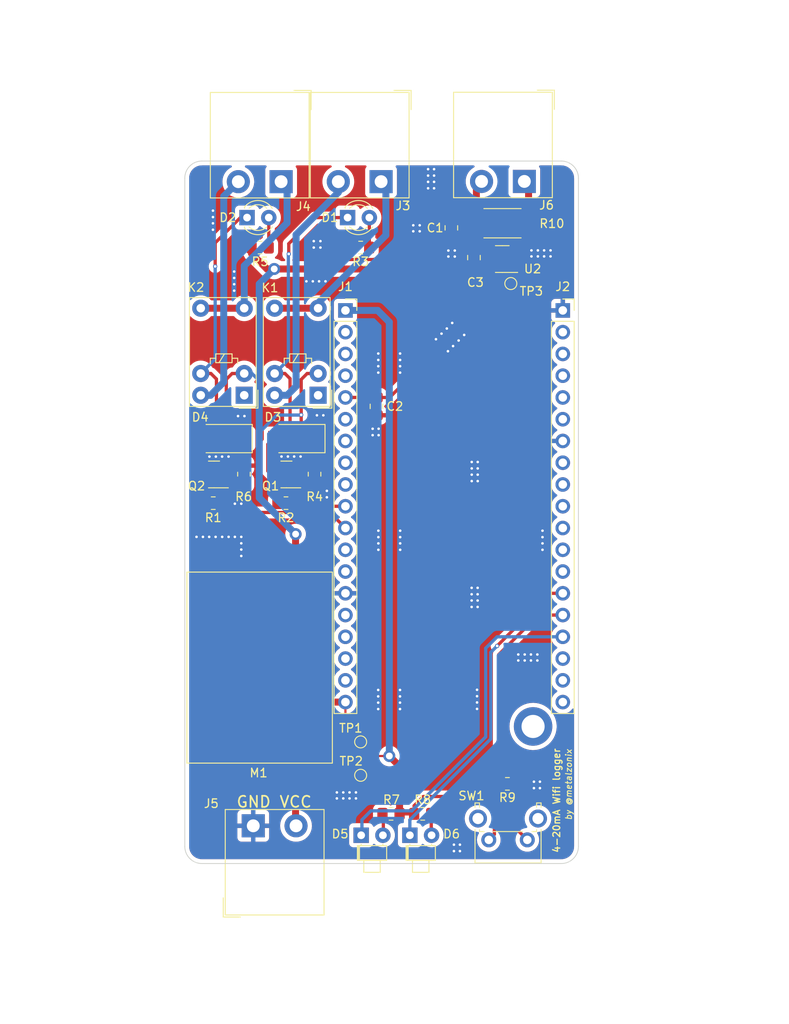
<source format=kicad_pcb>
(kicad_pcb (version 20211014) (generator pcbnew)
  (title_block (title "4-20mA Wifi Logger ") (date "2022-03-15") (rev "v1.0"))
  (layers (0 "F.Cu" signal) (31 "B.Cu" signal) (34 "B.Paste" user) (35 "F.Paste" user) (36 "B.SilkS" user "B.Silkscreen") (37 "F.SilkS" user "F.Silkscreen") (38 "B.Mask" user) (39 "F.Mask" user) (44 "Edge.Cuts" user))
  (net 0 "")
  (net 1 "GND")
  (net 2 "+5V")
  (net 3 "vsens")
  (net 23 "Net-(J3-Pad2)")
  (net 24 "Net-(J4-Pad2)")
  (net 26 "led1")
  (net 27 "Net-(D1-Pad2)")
  (net 28 "led2")
  (net 29 "Net-(D2-Pad2)")
  (net 30 "+3V3")
  (net 31 "switch")
  (net 32 "Net-(D1-Pad1)")
  (net 33 "Net-(D2-Pad1)")
  (net 34 "Net-(D5-Pad2)")
  (net 35 "Net-(D6-Pad2)")
  (net 36 "Net-(J3-Pad1)")
  (net 37 "Net-(J4-Pad1)")
  (net 38 "Net-(J5-Pad2)")
  (net 39 "Net-(J6-Pad1)")
  (net 40 "Net-(C1-Pad1)")
  (net 43 "Net-(Q1-Pad1)")
  (net 44 "Net-(Q2-Pad1)")
  (net 45 "relay1")
  (net 46 "relay2")
  (footprint "project_library:TerminalBlock__1x02_P5.00mm_90Degree" (layer "F.Cu") (at 146 118.5958)
    (fp_text reference "J5")
    (fp_text value "Screw_Terminal_01x02")
  )
  (footprint "Resistor_SMD:R_0805_2012Metric_Pad1.20x1.40mm_HandSolder" (layer "F.Cu") (at 144.9125 77.5515 90)
    (fp_text reference "R6")
    (fp_text value "10k")
  )
  (footprint "Package_TO_SOT_SMD:SOT-23-6" (layer "F.Cu") (at 175.1 52.44 180)
    (fp_text reference "U2")
    (fp_text value "LMP8640")
  )
  (footprint "Package_TO_SOT_SMD:SOT-23" (layer "F.Cu") (at 141.4135 77.584 180)
    (fp_text reference "Q2")
    (fp_text value "2N7002E")
  )
  (footprint "Relay_THT:Relay_SPDT_Omron_G5V-1" (layer "F.Cu") (at 153.58 68.34 180)
    (fp_text reference "K1")
    (fp_text value "G5V-1")
  )
  (footprint "LED_THT:LED_D1.8mm_W1.8mm_H2.4mm_Horizontal_O1.27mm_Z1.6mm" (layer "F.Cu") (at 158.61 119.7)
    (fp_text reference "D5")
    (fp_text value "LED")
  )
  (footprint "project_library:TerminalBlock__1x02_P5.00mm_90Degree" (layer "F.Cu") (at 149.2552 43.4084 180)
    (fp_text reference "J4")
    (fp_text value "Screw_Terminal_01x02")
  )
  (footprint "Capacitor_SMD:C_0805_2012Metric_Pad1.18x1.45mm_HandSolder" (layer "F.Cu") (at 160.4 69.6375 -90)
    (fp_text reference "C2")
    (fp_text value "10 uF")
  )
  (footprint "Resistor_SMD:R_0805_2012Metric_Pad1.20x1.40mm_HandSolder" (layer "F.Cu") (at 162.1 117.2)
    (fp_text reference "R7")
    (fp_text value "1k")
  )
  (footprint "Resistor_SMD:R_0805_2012Metric_Pad1.20x1.40mm_HandSolder" (layer "F.Cu") (at 158.55 51.1 180)
    (fp_text reference "R3")
    (fp_text value "1k")
  )
  (footprint "Package_TO_SOT_SMD:SOT-23" (layer "F.Cu") (at 149.876 77.584 180)
    (fp_text reference "Q1")
    (fp_text value "2N7002E")
  )
  (footprint "Resistor_SMD:R_0805_2012Metric_Pad1.20x1.40mm_HandSolder" (layer "F.Cu") (at 146.8 51.1 180)
    (fp_text reference "R5")
    (fp_text value "1k")
  )
  (footprint "Resistor_SMD:R_0805_2012Metric_Pad1.20x1.40mm_HandSolder" (layer "F.Cu") (at 175.7 113.7 180)
    (fp_text reference "R9")
    (fp_text value "10k")
  )
  (footprint "LED_THT:LED_D3.0mm_FlatTop" (layer "F.Cu") (at 145.275 47.6)
    (fp_text reference "D2")
    (fp_text value "LED")
  )
  (footprint "Resistor_SMD:R_0805_2012Metric_Pad1.20x1.40mm_HandSolder" (layer "F.Cu") (at 165.8 117.2 180)
    (fp_text reference "R8")
    (fp_text value "1k")
  )
  (footprint "Diode_SMD:D_SMA" (layer "F.Cu") (at 142.4865 73.4 180)
    (fp_text reference "D4")
    (fp_text value "1N4004")
  )
  (footprint "Connector_PinSocket_2.54mm:PinSocket_1x19_P2.54mm_Vertical" (layer "F.Cu") (at 182.172 58.436)
    (fp_text reference "J2")
    (fp_text value "Conn_01x19_Female")
  )
  (footprint "MountingHole:MountingHole_2.7mm_M2.5_ISO7380_Pad" (layer "F.Cu") (at 178.7 107)
    (fp_text reference "H1" hide)
    (fp_text value "MountingHole")
  )
  (footprint "TestPoint:TestPoint_Pad_D1.0mm" (layer "F.Cu") (at 158.55 108.8)
    (fp_text reference "TP1")
    (fp_text value "TestPoint")
  )
  (footprint "Button_Switch_THT:SW_Tactile_SPST_Angled_PTS645Vx58-2LFS" (layer "F.Cu") (at 178.025 120.2375 180)
    (fp_text reference "SW1")
    (fp_text value "SW_DIP_x01")
  )
  (footprint "Capacitor_SMD:C_0805_2012Metric_Pad1.18x1.45mm_HandSolder" (layer "F.Cu") (at 171.79 52.27 90)
    (fp_text reference "C3")
    (fp_text value "100 nF")
  )
  (footprint "Capacitor_SMD:C_0805_2012Metric_Pad1.18x1.45mm_HandSolder" (layer "F.Cu") (at 169.15 48.8 -90)
    (fp_text reference "C1")
    (fp_text value "10 uF")
  )
  (footprint "Resistor_SMD:R_2512_6332Metric_Pad1.40x3.35mm_HandSolder" (layer "F.Cu") (at 175.124 48.26075 180)
    (fp_text reference "R10")
    (fp_text value "2.7ohm")
  )
  (footprint "project_library:DC-DC_Buck_Step_Module" (layer "F.Cu") (at 138.245 111.28 90)
    (fp_text reference "M1")
    (fp_text value "DC-DC_Buck_Step_Module-dc-dc_module")
  )
  (footprint "project_library:TerminalBlock__1x02_P5.00mm_90Degree" (layer "F.Cu") (at 177.6792 43.37915 180)
    (fp_text reference "J6")
    (fp_text value "Screw_Terminal_01x02")
  )
  (footprint "Resistor_SMD:R_0805_2012Metric_Pad1.20x1.40mm_HandSolder" (layer "F.Cu") (at 153.1625 77.5515 90)
    (fp_text reference "R4")
    (fp_text value "10k")
  )
  (footprint "LED_THT:LED_D3.0mm_FlatTop" (layer "F.Cu") (at 157.025 47.6)
    (fp_text reference "D1")
    (fp_text value "LED")
  )
  (footprint "TestPoint:TestPoint_Pad_D1.0mm" (layer "F.Cu") (at 158.55 112.7)
    (fp_text reference "TP2")
    (fp_text value "TestPoint")
  )
  (footprint "Resistor_SMD:R_0805_2012Metric_Pad1.20x1.40mm_HandSolder" (layer "F.Cu") (at 149.826 80.934)
    (fp_text reference "R2")
    (fp_text value "1k")
  )
  (footprint "TestPoint:TestPoint_Pad_D1.0mm" (layer "F.Cu") (at 176.1 55.3)
    (fp_text reference "TP3")
    (fp_text value "TestPoint")
  )
  (footprint "LED_THT:LED_D1.8mm_W1.8mm_H2.4mm_Horizontal_O1.27mm_Z1.6mm" (layer "F.Cu") (at 164.3 119.7)
    (fp_text reference "D6")
    (fp_text value "LED")
  )
  (footprint "Connector_PinSocket_2.54mm:PinSocket_1x19_P2.54mm_Vertical" (layer "F.Cu") (at 156.772 58.436)
    (fp_text reference "J1")
    (fp_text value "Conn_01x19_Female")
  )
  (footprint "Resistor_SMD:R_0805_2012Metric_Pad1.20x1.40mm_HandSolder" (layer "F.Cu") (at 141.326 80.934)
    (fp_text reference "R1")
    (fp_text value "1k")
  )
  (footprint "project_library:TerminalBlock__1x02_P5.00mm_90Degree" (layer "F.Cu") (at 160.9392 43.4042 180)
    (fp_text reference "J3")
    (fp_text value "Screw_Terminal_01x02")
  )
  (footprint "Diode_SMD:D_SMA" (layer "F.Cu") (at 150.9865 73.4 180)
    (fp_text reference "D3")
    (fp_text value "1N4004")
  )
  (footprint "Relay_THT:Relay_SPDT_Omron_G5V-1" (layer "F.Cu") (at 144.944 68.34 180)
    (fp_text reference "K2")
    (fp_text value "G5V-1")
  )
  (gr_line (start 138 43) (end 138 121) (layer "Edge.Cuts") (width 0.1))
  (gr_arc (start 182 41) (mid 183.414214 41.585786) (end 184 43) (layer "Edge.Cuts") (width 0.1))
  (gr_line (start 182 123) (end 140 123) (layer "Edge.Cuts") (width 0.1))
  (gr_arc (start 138 43) (mid 138.585786 41.585786) (end 140 41) (layer "Edge.Cuts") (width 0.1))
  (gr_line (start 182 41) (end 140 41) (layer "Edge.Cuts") (width 0.1))
  (gr_arc (start 184 121) (mid 183.414214 122.414214) (end 182 123) (layer "Edge.Cuts") (width 0.1))
  (gr_line (start 184 121) (end 184 43) (layer "Edge.Cuts") (width 0.1))
  (gr_arc (start 140 123) (mid 138.585786 122.414214) (end 138 121) (layer "Edge.Cuts") (width 0.1))
  (gr_text "VCC" (at 150.95 115.8) (layer "F.SilkS") (effects (font (size 1.3 1.3) (thickness 0.2))))
  (gr_text "GND" (at 146.05 115.8) (layer "F.SilkS") (effects (font (size 1.3 1.3) (thickness 0.2))))
  (gr_text "\n    by @metalzonix" (at 182.3 114.85 90) (layer "F.SilkS") (effects (font (size 0.7 0.7) (thickness 0.12) italic)))
  (gr_text "4-20mA Wifi logger" (at 181.45 115.65 90) (layer "F.SilkS") (effects (font (size 0.8 0.8))))
  (via (at 167.35 61.8) (size 0.5) (drill 0.3) (layers "F.Cu" "B.Cu") (net 1))
  (via (at 160.62 85.63) (size 0.5) (drill 0.3) (layers "F.Cu" "B.Cu") (net 1))
  (via (at 171.52 93.050267) (size 0.5) (drill 0.3) (layers "F.Cu" "B.Cu") (net 1))
  (via (at 172.15 104.95) (size 0.5) (drill 0.3) (layers "F.Cu" "B.Cu") (net 1))
  (via (at 172.15 102.72) (size 0.5) (drill 0.3) (layers "F.Cu" "B.Cu") (net 1))
  (via (at 153.07 51.1) (size 0.5) (drill 0.3) (layers "F.Cu" "B.Cu") (net 1))
  (via (at 155.77 114.7) (size 0.5) (drill 0.3) (layers "F.Cu" "B.Cu") (net 1))
  (via (at 170.65 61.3) (size 0.5) (drill 0.3) (layers "F.Cu" "B.Cu") (net 1))
  (via (at 168.8 51.45) (size 0.5) (drill 0.3) (layers "F.Cu" "B.Cu") (net 1))
  (via (at 155.77 115.4) (size 0.5) (drill 0.3) (layers "F.Cu" "B.Cu") (net 1))
  (via (at 152.96 55.04) (size 0.5) (drill 0.3) (layers "F.Cu" "B.Cu") (net 1))
  (via (at 178.51 51.43) (size 0.5) (drill 0.3) (layers "F.Cu" "B.Cu") (net 1))
  (via (at 153.07 50.35) (size 0.5) (drill 0.3) (layers "F.Cu" "B.Cu") (net 1))
  (via (at 171.53 76.88) (size 0.5) (drill 0.3) (layers "F.Cu" "B.Cu") (net 1))
  (via (at 160.61 64.22) (size 0.5) (drill 0.3) (layers "F.Cu" "B.Cu") (net 1))
  (via (at 167.13 43.43) (size 0.5) (drill 0.3) (layers "F.Cu" "B.Cu") (net 1))
  (via (at 154.44 55.04) (size 0.5) (drill 0.3) (layers "F.Cu" "B.Cu") (net 1))
  (via (at 157.25 114.7) (size 0.5) (drill 0.3) (layers "F.Cu" "B.Cu") (net 1))
  (via (at 160.62 86.38) (size 0.5) (drill 0.3) (layers "F.Cu" "B.Cu") (net 1))
  (via (at 160.6 104.22) (size 0.5) (drill 0.3) (layers "F.Cu" "B.Cu") (net 1))
  (via (at 168 61.15) (size 0.5) (drill 0.3) (layers "F.Cu" "B.Cu") (net 1))
  (via (at 163.16 64.95) (size 0.5) (drill 0.3) (layers "F.Cu" "B.Cu") (net 1))
  (via (at 153.85 50.35) (size 0.5) (drill 0.3) (layers "F.Cu" "B.Cu") (net 1))
  (via (at 163.15 102.74) (size 0.5) (drill 0.3) (layers "F.Cu" "B.Cu") (net 1))
  (via (at 156.52 115.4) (size 0.5) (drill 0.3) (layers "F.Cu" "B.Cu") (net 1))
  (via (at 140.12 84.87) (size 0.5) (drill 0.3) (layers "F.Cu" "B.Cu") (net 1))
  (via (at 157.25 115.4) (size 0.5) (drill 0.3) (layers "F.Cu" "B.Cu") (net 1))
  (via (at 167.13 42.7) (size 0.5) (drill 0.3) (layers "F.Cu" "B.Cu") (net 1))
  (via (at 169.25 59.9) (size 0.5) (drill 0.3) (layers "F.Cu" "B.Cu") (net 1))
  (via (at 154.6 80.25) (size 0.5) (drill 0.3) (layers "F.Cu" "B.Cu") (net 1))
  (via (at 141.29 48.27) (size 0.5) (drill 0.3) (layers "F.Cu" "B.Cu") (net 1))
  (via (at 178.8 113.45) (size 0.5) (drill 0.3) (layers "F.Cu" "B.Cu") (net 1))
  (via (at 160.6 103.49) (size 0.5) (drill 0.3) (layers "F.Cu" "B.Cu") (net 1))
  (via (at 163.15 103.49) (size 0.5) (drill 0.3) (layers "F.Cu" "B.Cu") (net 1))
  (via (at 169.55 52.15) (size 0.5) (drill 0.3) (layers "F.Cu" "B.Cu") (net 1))
  (via (at 143.77 54.65) (size 0.5) (drill 0.3) (layers "F.Cu" "B.Cu") (net 1))
  (via (at 178.45 98.6) (size 0.5) (drill 0.3) (layers "F.Cu" "B.Cu") (net 1))
  (via (at 165.45 48.5) (size 0.5) (drill 0.3) (layers "F.Cu" "B.Cu") (net 1))
  (via (at 171.52 90.820267) (size 0.5) (drill 0.3) (layers "F.Cu" "B.Cu") (net 1))
  (via (at 160.62 84.9) (size 0.5) (drill 0.3) (layers "F.Cu" "B.Cu") (net 1))
  (via (at 141.63 75.5) (size 0.5) (drill 0.3) (layers "F.Cu" "B.Cu") (net 1))
  (via (at 167.13 41.95) (size 0.5) (drill 0.3) (layers "F.Cu" "B.Cu") (net 1))
  (via (at 163.17 85.63) (size 0.5) (drill 0.3) (layers "F.Cu" "B.Cu") (net 1))
  (via (at 141.29 46.79) (size 0.5) (drill 0.3) (layers "F.Cu" "B.Cu") (net 1))
  (via (at 172.15 103.47) (size 0.5) (drill 0.3) (layers "F.Cu" "B.Cu") (net 1))
  (via (at 156.52 114.7) (size 0.5) (drill 0.3) (layers "F.Cu" "B.Cu") (net 1))
  (via (at 139.37 84.87) (size 0.5) (drill 0.3) (layers "F.Cu" "B.Cu") (net 1))
  (via (at 140.88 75.5) (size 0.5) (drill 0.3) (layers "F.Cu" "B.Cu") (net 1))
  (via (at 180.74 52.13) (size 0.5) (drill 0.3) (layers "F.Cu" "B.Cu") (net 1))
  (via (at 168.8 52.15) (size 0.5) (drill 0.3) (layers "F.Cu" "B.Cu") (net 1))
  (via (at 143.85 81) (size 0.5) (drill 0.3) (layers "F.Cu" "B.Cu") (net 1))
  (via (at 160.61 63.47) (size 0.5) (drill 0.3) (layers "F.Cu" "B.Cu") (net 1))
  (via (at 172.22 93.050267) (size 0.5) (drill 0.3) (layers "F.Cu" "B.Cu") (net 1))
  (via (at 167.13 44.18) (size 0.5) (drill 0.3) (layers "F.Cu" "B.Cu") (net 1))
  (via (at 177.72 98.6) (size 0.5) (drill 0.3) (layers "F.Cu" "B.Cu") (net 1))
  (via (at 170.15 121.55) (size 0.5) (drill 0.3) (layers "F.Cu" "B.Cu") (net 1))
  (via (at 171.53 76.13) (size 0.5) (drill 0.3) (layers "F.Cu" "B.Cu") (net 1))
  (via (at 176.97 99.3) (size 0.5) (drill 0.3) (layers "F.Cu" "B.Cu") (net 1))
  (via (at 144.97 70.77) (size 0.5) (drill 0.3) (layers "F.Cu" "B.Cu") (net 1))
  (via (at 143.85 84.87) (size 0.5) (drill 0.3) (layers "F.Cu" "B.Cu") (net 1))
  (via (at 163.17 86.38) (size 0.5) (drill 0.3) (layers "F.Cu" "B.Cu") (net 1))
  (via (at 163.17 84.9) (size 0.5) (drill 0.3) (layers "F.Cu" "B.Cu") (net 1))
  (via (at 163.16 63.47) (size 0.5) (drill 0.3) (layers "F.Cu" "B.Cu") (net 1))
  (via (at 149.3 75.49) (size 0.5) (drill 0.3) (layers "F.Cu" "B.Cu") (net 1))
  (via (at 163.15 104.22) (size 0.5) (drill 0.3) (layers "F.Cu" "B.Cu") (net 1))
  (via (at 166.43 44.18) (size 0.5) (drill 0.3) (layers "F.Cu" "B.Cu") (net 1))
  (via (at 166.43 41.95) (size 0.5) (drill 0.3) (layers "F.Cu" "B.Cu") (net 1))
  (via (at 160.6 104.97) (size 0.5) (drill 0.3) (layers "F.Cu" "B.Cu") (net 1))
  (via (at 158 114.7) (size 0.5) (drill 0.3) (layers "F.Cu" "B.Cu") (net 1))
  (via (at 143.77 53.9) (size 0.5) (drill 0.3) (layers "F.Cu" "B.Cu") (net 1))
  (via (at 171.52 92.300267) (size 0.5) (drill 0.3) (layers "F.Cu" "B.Cu") (net 1))
  (via (at 164.7 48.5) (size 0.5) (drill 0.3) (layers "F.Cu" "B.Cu") (net 1))
  (via (at 179.99 52.13) (size 0.5) (drill 0.3) (layers "F.Cu" "B.Cu") (net 1))
  (via (at 142.36 75.5) (size 0.5) (drill 0.3) (layers "F.Cu" "B.Cu") (net 1))
  (via (at 144.6 81) (size 0.5) (drill 0.3) (layers "F.Cu" "B.Cu") (net 1))
  (via (at 151.53 75.49) (size 0.5) (drill 0.3) (layers "F.Cu" "B.Cu") (net 1))
  (via (at 171.53 77.61) (size 0.5) (drill 0.3) (layers "F.Cu" "B.Cu") (net 1))
  (via (at 159.95 72.25) (size 0.5) (drill 0.3) (layers "F.Cu" "B.Cu") (net 1))
  (via (at 164.7 49.2) (size 0.5) (drill 0.3) (layers "F.Cu" "B.Cu") (net 1))
  (via (at 170 61.95) (size 0.5) (drill 0.3) (layers "F.Cu" "B.Cu") (net 1))
  (via (at 172.23 76.13) (size 0.5) (drill 0.3) (layers "F.Cu" "B.Cu") (net 1))
  (via (at 169.45 121.55) (size 0.5) (drill 0.3) (layers "F.Cu" "B.Cu") (net 1))
  (via (at 144.6 87.1) (size 0.5) (drill 0.3) (layers "F.Cu" "B.Cu") (net 1))
  (via (at 150.78 75.49) (size 0.5) (drill 0.3) (layers "F.Cu" "B.Cu") (net 1))
  (via (at 179.8 84.15) (size 0.5) (drill 0.3) (layers "F.Cu" "B.Cu") (net 1))
  (via (at 168.62 60.55) (size 0.5) (drill 0.3) (layers "F.Cu" "B.Cu") (net 1))
  (via (at 179.26 52.13) (size 0.5) (drill 0.3) (layers "F.Cu" "B.Cu") (net 1))
  (via (at 163.17 84.15) (size 0.5) (drill 0.3) (layers "F.Cu" "B.Cu") (net 1))
  (via (at 180.74 51.43) (size 0.5) (drill 0.3) (layers "F.Cu" "B.Cu") (net 1))
  (via (at 169.35 62.6) (size 0.5) (drill 0.3) (layers "F.Cu" "B.Cu") (net 1))
  (via (at 163.16 65.7) (size 0.5) (drill 0.3) (layers "F.Cu" "B.Cu") (net 1))
  (via (at 141.29 47.54) (size 0.5) (drill 0.3) (layers "F.Cu" "B.Cu") (net 1))
  (via (at 160.61 65.7) (size 0.5) (drill 0.3) (layers "F.Cu" "B.Cu") (net 1))
  (via (at 159.95 73) (size 0.5) (drill 0.3) (layers "F.Cu" "B.Cu") (net 1))
  (via (at 158 115.4) (size 0.5) (drill 0.3) (layers "F.Cu" "B.Cu") (net 1))
  (via (at 160.65 72.25) (size 0.5) (drill 0.3) (layers "F.Cu" "B.Cu") (net 1))
  (via (at 150.05 75.49) (size 0.5) (drill 0.3) (layers "F.Cu" "B.Cu") (net 1))
  (via (at 153.44 70.68) (size 0.5) (drill 0.3) (layers "F.Cu" "B.Cu") (net 1))
  (via (at 141.6 84.87) (size 0.5) (drill 0.3) (layers "F.Cu" "B.Cu") (net 1))
  (via (at 143.77 56.13) (size 0.5) (drill 0.3) (layers "F.Cu" "B.Cu") (net 1))
  (via (at 179.99 51.43) (size 0.5) (drill 0.3) (layers "F.Cu" "B.Cu") (net 1))
  (via (at 170.15 120.8) (size 0.5) (drill 0.3) (layers "F.Cu" "B.Cu") (net 1))
  (via (at 169.55 51.45) (size 0.5) (drill 0.3) (layers "F.Cu" "B.Cu") (net 1))
  (via (at 153.85 51.1) (size 0.5) (drill 0.3) (layers "F.Cu" "B.Cu") (net 1))
  (via (at 144.22 70.77) (size 0.5) (drill 0.3) (layers "F.Cu" "B.Cu") (net 1))
  (via (at 179.8 84.9) (size 0.5) (drill 0.3) (layers "F.Cu" "B.Cu") (net 1))
  (via (at 163.16 64.22) (size 0.5) (drill 0.3) (layers "F.Cu" "B.Cu") (net 1))
  (via (at 179.8 86.38) (size 0.5) (drill 0.3) (layers "F.Cu" "B.Cu") (net 1))
  (via (at 168.75 63.2) (size 0.5) (drill 0.3) (layers "F.Cu" "B.Cu") (net 1))
  (via (at 143.77 55.38) (size 0.5) (drill 0.3) (layers "F.Cu" "B.Cu") (net 1))
  (via (at 178.45 99.3) (size 0.5) (drill 0.3) (layers "F.Cu" "B.Cu") (net 1))
  (via (at 179.2 98.6) (size 0.5) (drill 0.3) (layers "F.Cu" "B.Cu") (net 1))
  (via (at 143.12 84.87) (size 0.5) (drill 0.3) (layers "F.Cu" "B.Cu") (net 1))
  (via (at 152.21 55.04) (size 0.5) (drill 0.3) (layers "F.Cu" "B.Cu") (net 1))
  (via (at 178.51 52.13) (size 0.5) (drill 0.3) (layers "F.Cu" "B.Cu") (net 1))
  (via (at 153.69 55.04) (size 0.5) (drill 0.3) (layers "F.Cu" "B.Cu") (net 1))
  (via (at 165.45 49.2) (size 0.5) (drill 0.3) (layers "F.Cu" "B.Cu") (net 1))
  (via (at 179.5 114.2) (size 0.5) (drill 0.3) (layers "F.Cu" "B.Cu") (net 1))
  (via (at 177.72 99.3) (size 0.5) (drill 0.3) (layers "F.Cu" "B.Cu") (net 1))
  (via (at 141.29 49.02) (size 0.5) (drill 0.3) (layers "F.Cu" "B.Cu") (net 1))
  (via (at 172.23 77.61) (size 0.5) (drill 0.3) (layers "F.Cu" "B.Cu") (net 1))
  (via (at 154.19 70.68) (size 0.5) (drill 0.3) (layers "F.Cu" "B.Cu") (net 1))
  (via (at 172.23 76.88) (size 0.5) (drill 0.3) (layers "F.Cu" "B.Cu") (net 1))
  (via (at 143.11 75.5) (size 0.5) (drill 0.3) (layers "F.Cu" "B.Cu") (net 1))
  (via (at 172.22 90.820267) (size 0.5) (drill 0.3) (layers "F.Cu" "B.Cu") (net 1))
  (via (at 179.5 113.45) (size 0.5) (drill 0.3) (layers "F.Cu" "B.Cu") (net 1))
  (via (at 160.65 73) (size 0.5) (drill 0.3) (layers "F.Cu" "B.Cu") (net 1))
  (via (at 166.43 43.43) (size 0.5) (drill 0.3) (layers "F.Cu" "B.Cu") (net 1))
  (via (at 140.85 84.87) (size 0.5) (drill 0.3) (layers "F.Cu" "B.Cu") (net 1))
  (via (at 179.8 85.63) (size 0.5) (drill 0.3) (layers "F.Cu" "B.Cu") (net 1))
  (via (at 172.23 78.36) (size 0.5) (drill 0.3) (layers "F.Cu" "B.Cu") (net 1))
  (via (at 142.37 84.87) (size 0.5) (drill 0.3) (layers "F.Cu" "B.Cu") (net 1))
  (via (at 171.53 78.36) (size 0.5) (drill 0.3) (layers "F.Cu" "B.Cu") (net 1))
  (via (at 160.6 102.74) (size 0.5) (drill 0.3) (layers "F.Cu" "B.Cu") (net 1))
  (via (at 169.45 120.8) (size 0.5) (drill 0.3) (layers "F.Cu" "B.Cu") (net 1))
  (via (at 178.8 114.2) (size 0.5) (drill 0.3) (layers "F.Cu" "B.Cu") (net 1))
  (via (at 163.15 104.97) (size 0.5) (drill 0.3) (layers "F.Cu" "B.Cu") (net 1))
  (via (at 176.97 98.6) (size 0.5) (drill 0.3) (layers "F.Cu" "B.Cu") (net 1))
  (via (at 144.6 84.87) (size 0.5) (drill 0.3) (layers "F.Cu" "B.Cu") (net 1))
  (via (at 166.43 42.7) (size 0.5) (drill 0.3) (layers "F.Cu" "B.Cu") (net 1))
  (via (at 154.6 79.5) (size 0.5) (drill 0.3) (layers "F.Cu" "B.Cu") (net 1))
  (via (at 144.6 85.62) (size 0.5) (drill 0.3) (layers "F.Cu" "B.Cu") (net 1))
  (via (at 179.26 51.43) (size 0.5) (drill 0.3) (layers "F.Cu" "B.Cu") (net 1))
  (via (at 144.6 86.35) (size 0.5) (drill 0.3) (layers "F.Cu" "B.Cu") (net 1))
  (via (at 172.22 92.300267) (size 0.5) (drill 0.3) (layers "F.Cu" "B.Cu") (net 1))
  (via (at 160.62 84.15) (size 0.5) (drill 0.3) (layers "F.Cu" "B.Cu") (net 1))
  (via (at 172.15 104.2) (size 0.5) (drill 0.3) (layers "F.Cu" "B.Cu") (net 1))
  (via (at 160.61 64.95) (size 0.5) (drill 0.3) (layers "F.Cu" "B.Cu") (net 1))
  (via (at 172.22 91.570267) (size 0.5) (drill 0.3) (layers "F.Cu" "B.Cu") (net 1))
  (via (at 171.52 91.570267) (size 0.5) (drill 0.3) (layers "F.Cu" "B.Cu") (net 1))
  (via (at 179.2 99.3) (size 0.5) (drill 0.3) (layers "F.Cu" "B.Cu") (net 1))
  (segment (start 152.3 65.8) (end 151.6 66.5) (width 0.381) (layer "F.Cu") (net 2))
  (segment (start 171.4975 53.6) (end 171.79 53.3075) (width 0.8128) (layer "F.Cu") (net 2))
  (segment (start 156.772 107.928) (end 156.772 104.156) (width 0.25) (layer "F.Cu") (net 2))
  (segment (start 157.55 51.1) (end 156.475 51.1) (width 0.8128) (layer "F.Cu") (net 2))
  (segment (start 171.8725 53.39) (end 171.79 53.3075) (width 0.381) (layer "F.Cu") (net 2))
  (segment (start 156.75 107.95) (end 156.772 107.928) (width 0.25) (layer "F.Cu") (net 2))
  (segment (start 151.6 66.5) (end 151.6 70.63) (width 0.381) (layer "F.Cu") (net 2))
  (segment (start 173.9625 53.39) (end 171.8725 53.39) (width 0.381) (layer "F.Cu") (net 2))
  (segment (start 144.944 65.8) (end 143.529787 65.8) (width 0.381) (layer "F.Cu") (net 2))
  (segment (start 157.6 108.8) (end 156.75 107.95) (width 0.25) (layer "F.Cu") (net 2))
  (segment (start 153.5 53.6) (end 153.975 53.6) (width 0.8128) (layer "F.Cu") (net 2))
  (segment (start 156.475 51.1) (end 153.975 53.6) (width 0.8128) (layer "F.Cu") (net 2))
  (segment (start 153.58 65.8) (end 152.3 65.8) (width 0.381) (layer "F.Cu") (net 2))
  (segment (start 153.485 88.42) (end 153.485 103.085) (width 0.8128) (layer "F.Cu") (net 2))
  (segment (start 145.8 51.1) (end 145.8 51.8) (width 0.8128) (layer "F.Cu") (net 2))
  (segment (start 151.6 70.63) (end 151.6 70.75) (width 0.381) (layer "F.Cu") (net 2))
  (segment (start 142.85 66.479787) (end 142.85 72.2) (width 0.381) (layer "F.Cu") (net 2))
  (segment (start 150.945 84.555) (end 150.95 84.55) (width 0.8128) (layer "F.Cu") (net 2))
  (segment (start 153.485 103.085) (end 154.556 104.156) (width 0.8128) (layer "F.Cu") (net 2))
  (segment (start 154.556 104.156) (end 156.772 104.156) (width 0.8128) (layer "F.Cu") (net 2))
  (segment (start 147.6 53.6) (end 148.45 53.6) (width 0.8128) (layer "F.Cu") (net 2))
  (segment (start 145.8 51.8) (end 147.6 53.6) (width 0.8128) (layer "F.Cu") (net 2))
  (segment (start 151.6 70.75) (end 151.6 72.0135) (width 0.381) (layer "F.Cu") (net 2))
  (segment (start 150.945 88.42) (end 153.485 88.42) (width 0.8128) (layer "F.Cu") (net 2))
  (segment (start 143.529787 65.8) (end 142.85 66.479787) (width 0.381) (layer "F.Cu") (net 2))
  (segment (start 144.05 73.4) (end 144.4865 73.4) (width 0.381) (layer "F.Cu") (net 2))
  (segment (start 148.45 53.6) (end 153.5 53.6) (width 0.8128) (layer "F.Cu") (net 2))
  (segment (start 142.85 72.2) (end 144.05 73.4) (width 0.381) (layer "F.Cu") (net 2))
  (segment (start 150.945 88.42) (end 150.945 84.555) (width 0.8128) (layer "F.Cu") (net 2))
  (segment (start 158.55 108.8) (end 157.6 108.8) (width 0.25) (layer "F.Cu") (net 2))
  (segment (start 153.975 53.6) (end 171.4975 53.6) (width 0.8128) (layer "F.Cu") (net 2))
  (segment (start 151.6 72.0135) (end 152.9865 73.4) (width 0.381) (layer "F.Cu") (net 2))
  (via (at 148.45 53.6) (size 1.4) (drill 0.8) (layers "F.Cu" "B.Cu") (net 2))
  (via (at 150.95 84.55) (size 1.4) (drill 0.8) (layers "F.Cu" "B.Cu") (net 2))
  (via (at 151.6 70.63) (size 0.5) (drill 0.3) (layers "F.Cu" "B.Cu") (net 2))
  (segment (start 145.85 65.8) (end 146.7 66.65) (width 0.381) (layer "B.Cu") (net 2))
  (segment (start 144.944 65.8) (end 145.85 65.8) (width 0.381) (layer "B.Cu") (net 2))
  (segment (start 146.7 66.65) (end 146.7 56.45) (width 0.8128) (layer "B.Cu") (net 2))
  (segment (start 150.95 84.55) (end 146.7 80.3) (width 0.8128) (layer "B.Cu") (net 2))
  (segment (start 146.7 56.45) (end 146.7 55.35) (width 0.8128) (layer "B.Cu") (net 2))
  (segment (start 146.7 72.7) (end 146.7 66.65) (width 0.8128) (layer "B.Cu") (net 2))
  (segment (start 146.7 73) (end 146.7 72.7) (width 0.8128) (layer "B.Cu") (net 2))
  (segment (start 146.7 73.65) (end 146.7 73) (width 0.8128) (layer "B.Cu") (net 2))
  (segment (start 146.7 55.35) (end 148.45 53.6) (width 0.8128) (layer "B.Cu") (net 2))
  (segment (start 151.6 70.65) (end 148.75 70.65) (width 0.381) (layer "B.Cu") (net 2))
  (segment (start 148.75 70.65) (end 146.7 72.7) (width 0.381) (layer "B.Cu") (net 2))
  (segment (start 146.7 80.3) (end 146.7 73.65) (width 0.8128) (layer "B.Cu") (net 2))
  (segment (start 176.2375 54.2925) (end 176.2375 53.39) (width 0.381) (layer "F.Cu") (net 3))
  (segment (start 156.772 68.596) (end 160.396 68.596) (width 0.381) (layer "F.Cu") (net 3))
  (segment (start 161.93 68.6) (end 175.665 54.865) (width 0.381) (layer "F.Cu") (net 3))
  (segment (start 176.1 55.3) (end 175.665 54.865) (width 0.25) (layer "F.Cu") (net 3))
  (segment (start 175.665 54.865) (end 176.2375 54.2925) (width 0.381) (layer "F.Cu") (net 3))
  (segment (start 160.4 68.6) (end 161.93 68.6) (width 0.381) (layer "F.Cu") (net 3))
  (segment (start 160.396 68.596) (end 160.4 68.6) (width 0.381) (layer "F.Cu") (net 3))
  (segment (start 155.9392 44.6608) (end 155.9392 43.4042) (width 0.8128) (layer "B.Cu") (net 23))
  (segment (start 148.5 68.34) (end 149.96 68.34) (width 0.8128) (layer "B.Cu") (net 23))
  (segment (start 151.005911 49.594089) (end 155.9392 44.6608) (width 0.8128) (layer "B.Cu") (net 23))
  (segment (start 149.96 68.34) (end 151.005911 67.294089) (width 0.8128) (layer "B.Cu") (net 23))
  (segment (start 151.005911 67.294089) (end 151.005911 49.594089) (width 0.8128) (layer "B.Cu") (net 23))
  (segment (start 139.864 68.34) (end 139.874 68.35) (width 0.8128) (layer "B.Cu") (net 24))
  (segment (start 142.55 66.8) (end 142.55 45.1136) (width 0.8128) (layer "B.Cu") (net 24))
  (segment (start 139.874 68.35) (end 141 68.35) (width 0.8128) (layer "B.Cu") (net 24))
  (segment (start 142.55 45.1136) (end 144.2552 43.4084) (width 0.8128) (layer "B.Cu") (net 24))
  (segment (start 141 68.35) (end 142.55 66.8) (width 0.8128) (layer "B.Cu") (net 24))
  (segment (start 159.75 116.85) (end 164.52902 116.85) (width 0.381) (layer "B.Cu") (net 26))
  (segment (start 174.49302 96.536) (end 182.172 96.536) (width 0.381) (layer "B.Cu") (net 26))
  (segment (start 164.52902 116.85) (end 173.16451 108.21451) (width 0.381) (layer "B.Cu") (net 26))
  (segment (start 173.16451 108.21451) (end 173.16451 97.86451) (width 0.381) (layer "B.Cu") (net 26))
  (segment (start 158.7 117.9) (end 159.75 116.85) (width 0.381) (layer "B.Cu") (net 26))
  (segment (start 173.16451 97.86451) (end 174.49302 96.536) (width 0.381) (layer "B.Cu") (net 26))
  (segment (start 158.7 119.7) (end 158.7 117.9) (width 0.381) (layer "B.Cu") (net 26))
  (segment (start 159.565 47.6) (end 159.565 51.085) (width 0.381) (layer "F.Cu") (net 27))
  (segment (start 159.565 51.085) (end 159.55 51.1) (width 0.381) (layer "F.Cu") (net 27))
  (segment (start 174.5 97.6) (end 180.644 91.456) (width 0.381) (layer "F.Cu") (net 28))
  (segment (start 180.644 91.456) (end 182.172 91.456) (width 0.381) (layer "F.Cu") (net 28))
  (via (at 174.5 97.6) (size 0.5) (drill 0.3) (layers "F.Cu" "B.Cu") (net 28))
  (segment (start 173.75 108.45) (end 173.75 98.35) (width 0.381) (layer "B.Cu") (net 28))
  (segment (start 173.75 98.35) (end 174.5 97.6) (width 0.381) (layer "B.Cu") (net 28))
  (segment (start 164.3 117.9) (end 173.75 108.45) (width 0.381) (layer "B.Cu") (net 28))
  (segment (start 164.3 119.7) (end 164.3 117.9) (width 0.381) (layer "B.Cu") (net 28))
  (segment (start 147.815 47.6) (end 147.815 51.085) (width 0.381) (layer "F.Cu") (net 29))
  (segment (start 147.815 51.085) (end 147.8 51.1) (width 0.381) (layer "F.Cu") (net 29))
  (segment (start 174.175 116.525) (end 174.175 119.5875) (width 0.381) (layer "F.Cu") (net 30))
  (segment (start 161.9 110.45) (end 159.4 110.45) (width 0.25) (layer "F.Cu") (net 30))
  (segment (start 164.8 116.25) (end 165.875 115.175) (width 0.381) (layer "F.Cu") (net 30))
  (segment (start 163.1 117.2) (end 164.8 117.2) (width 0.381) (layer "F.Cu") (net 30))
  (segment (start 163.1 111.65) (end 163.1 117.2) (width 0.8128) (layer "F.Cu") (net 30))
  (segment (start 174.175 119.5875) (end 173.525 120.2375) (width 0.381) (layer "F.Cu") (net 30))
  (segment (start 164.8 117.2) (end 164.8 116.25) (width 0.381) (layer "F.Cu") (net 30))
  (segment (start 172.825 115.175) (end 174.175 116.525) (width 0.381) (layer "F.Cu") (net 30))
  (segment (start 161.9 110.45) (end 163.1 111.65) (width 0.8128) (layer "F.Cu") (net 30))
  (segment (start 158.55 111.3) (end 158.55 112.7) (width 0.25) (layer "F.Cu") (net 30))
  (segment (start 159.4 110.45) (end 158.55 111.3) (width 0.25) (layer "F.Cu") (net 30))
  (segment (start 165.875 115.175) (end 172.825 115.175) (width 0.381) (layer "F.Cu") (net 30))
  (via (at 161.9 110.45) (size 1.4) (drill 0.8) (layers "F.Cu" "B.Cu") (net 30))
  (segment (start 156.772 58.436) (end 160.536 58.436) (width 0.8128) (layer "B.Cu") (net 30))
  (segment (start 161.9 59.8) (end 161.9 110.45) (width 0.8128) (layer "B.Cu") (net 30))
  (segment (start 160.536 58.436) (end 161.9 59.8) (width 0.8128) (layer "B.Cu") (net 30))
  (segment (start 176.8 116.820979) (end 176.8 119.0125) (width 0.381) (layer "F.Cu") (net 31))
  (segment (start 176.8 119.0125) (end 178.025 120.2375) (width 0.381) (layer "F.Cu") (net 31))
  (segment (start 174.7 113.7) (end 174.7 98.6) (width 0.381) (layer "F.Cu") (net 31))
  (segment (start 179.304 93.996) (end 174.7 98.6) (width 0.381) (layer "F.Cu") (net 31))
  (segment (start 182.172 93.996) (end 179.304 93.996) (width 0.381) (layer "F.Cu") (net 31))
  (segment (start 174.7 114.720979) (end 174.7 113.7) (width 0.381) (layer "F.Cu") (net 31))
  (segment (start 174.7 114.720979) (end 176.8 116.820979) (width 0.381) (layer "F.Cu") (net 31))
  (segment (start 147.7 77.1755) (end 148.1085 77.584) (width 0.381) (layer "F.Cu") (net 32))
  (segment (start 150.3 72.0865) (end 150.3 66.4) (width 0.381) (layer "F.Cu") (net 32))
  (segment (start 148.3675 73.4) (end 147.7 74.0675) (width 0.381) (layer "F.Cu") (net 32))
  (segment (start 153.2 47.6) (end 150.15 50.65) (width 0.381) (layer "F.Cu") (net 32))
  (segment (start 147.7 74.0675) (end 147.7 77.1755) (width 0.381) (layer "F.Cu") (net 32))
  (segment (start 150.3 66.4) (end 149.7 65.8) (width 0.381) (layer "F.Cu") (net 32))
  (segment (start 150.15 50.65) (end 150.15 51.85) (width 0.381) (layer "F.Cu") (net 32))
  (segment (start 148.1085 77.584) (end 148.9385 77.584) (width 0.381) (layer "F.Cu") (net 32))
  (segment (start 148.9865 73.4) (end 150.3 72.0865) (width 0.381) (layer "F.Cu") (net 32))
  (segment (start 149.7 65.8) (end 148.5 65.8) (width 0.381) (layer "F.Cu") (net 32))
  (segment (start 157.025 47.6) (end 153.2 47.6) (width 0.381) (layer "F.Cu") (net 32))
  (via (at 150.15 51.85) (size 0.5) (drill 0.3) (layers "F.Cu" "B.Cu") (net 32))
  (segment (start 150.1 64.2) (end 148.5 65.8) (width 0.381) (layer "B.Cu") (net 32))
  (segment (start 150.1 51.85) (end 150.1 64.2) (width 0.381) (layer "B.Cu") (net 32))
  (segment (start 141.7 66.45) (end 141.7 72.1865) (width 0.381) (layer "F.Cu") (net 33))
  (segment (start 144.5 47.6) (end 141.55 50.55) (width 0.381) (layer "F.Cu") (net 33))
  (segment (start 141.55 50.55) (end 141.55 53.3) (width 0.381) (layer "F.Cu") (net 33))
  (segment (start 141.7 72.1865) (end 140.4865 73.4) (width 0.381) (layer "F.Cu") (net 33))
  (segment (start 145.275 47.6) (end 144.5 47.6) (width 0.381) (layer "F.Cu") (net 33))
  (segment (start 139.6085 77.584) (end 140.476 77.584) (width 0.381) (layer "F.Cu") (net 33))
  (segment (start 139.864 65.8) (end 141.05 65.8) (width 0.381) (layer "F.Cu") (net 33))
  (segment (start 139.2 77.1755) (end 139.6085 77.584) (width 0.381) (layer "F.Cu") (net 33))
  (segment (start 141.05 65.8) (end 141.7 66.45) (width 0.381) (layer "F.Cu") (net 33))
  (segment (start 139.9675 73.4) (end 139.2 74.1675) (width 0.381) (layer "F.Cu") (net 33))
  (segment (start 140.4865 73.4) (end 139.9675 73.4) (width 0.381) (layer "F.Cu") (net 33))
  (segment (start 139.2 74.1675) (end 139.2 77.1755) (width 0.381) (layer "F.Cu") (net 33))
  (via (at 141.55 53.3) (size 0.5) (drill 0.3) (layers "F.Cu" "B.Cu") (net 33))
  (segment (start 141.55 53.3) (end 141.55 64.114) (width 0.381) (layer "B.Cu") (net 33))
  (segment (start 141.55 64.114) (end 139.864 65.8) (width 0.381) (layer "B.Cu") (net 33))
  (segment (start 161.15 119.1) (end 161.2 119.05) (width 0.381) (layer "F.Cu") (net 34))
  (segment (start 161.2 119.05) (end 161.2 119.66) (width 0.381) (layer "F.Cu") (net 34))
  (segment (start 161.2 117.2) (end 161.2 119.05) (width 0.381) (layer "F.Cu") (net 34))
  (segment (start 161.15 119.7) (end 161.15 119.1) (width 0.381) (layer "F.Cu") (net 34))
  (segment (start 166.84 119.7) (end 166.84 118.89) (width 0.381) (layer "F.Cu") (net 35))
  (segment (start 166.8 117.2) (end 166.8 118.85) (width 0.381) (layer "F.Cu") (net 35))
  (segment (start 166.84 118.89) (end 166.8 118.85) (width 0.381) (layer "F.Cu") (net 35))
  (segment (start 148.5 58.18) (end 153.58 58.18) (width 0.8128) (layer "F.Cu") (net 36))
  (segment (start 161.5 43.965) (end 160.9392 43.4042) (width 0.8128) (layer "B.Cu") (net 36))
  (segment (start 153.58 58.18) (end 153.58 57.57) (width 0.8128) (layer "B.Cu") (net 36))
  (segment (start 161.5 49.65) (end 161.5 43.965) (width 0.8128) (layer "B.Cu") (net 36))
  (segment (start 153.58 57.57) (end 161.5 49.65) (width 0.8128) (layer "B.Cu") (net 36))
  (segment (start 139.864 58.18) (end 144.944 58.18) (width 0.8128) (layer "F.Cu") (net 37))
  (segment (start 144.944 53.231) (end 149.95 48.225) (width 0.8128) (layer "B.Cu") (net 37))
  (segment (start 144.944 58.18) (end 144.944 53.231) (width 0.8128) (layer "B.Cu") (net 37))
  (segment (start 149.2552 43.9052) (end 149.2552 43.4084) (width 0.8128) (layer "B.Cu") (net 37))
  (segment (start 149.95 48.225) (end 149.95 44.6) (width 0.8128) (layer "B.Cu") (net 37))
  (segment (start 149.95 44.6) (end 149.2552 43.9052) (width 0.8128) (layer "B.Cu") (net 37))
  (segment (start 150.945 111.28) (end 153.485 111.28) (width 0.8128) (layer "F.Cu") (net 38))
  (segment (start 150.945 118.5408) (end 151 118.5958) (width 0.8128) (layer "F.Cu") (net 38))
  (segment (start 150.945 111.28) (end 150.945 118.5408) (width 0.8128) (layer "F.Cu") (net 38))
  (segment (start 177.6792 43.4292) (end 178.2 43.95) (width 0.8128) (layer "F.Cu") (net 39))
  (segment (start 176.2375 48.9625) (end 176.2375 51.49) (width 0.381) (layer "F.Cu") (net 39))
  (segment (start 178.2 43.95) (end 178.174 43.976) (width 0.8128) (layer "F.Cu") (net 39))
  (segment (start 178.174 43.976) (end 178.174 48.26075) (width 0.8128) (layer "F.Cu") (net 39))
  (segment (start 177.6792 43.37915) (end 177.6792 43.4292) (width 0.8128) (layer "F.Cu") (net 39))
  (segment (start 178.174 48.26075) (end 176.93925 48.26075) (width 0.381) (layer "F.Cu") (net 39))
  (segment (start 176.93925 48.26075) (end 176.2375 48.9625) (width 0.381) (layer "F.Cu") (net 39))
  (segment (start 173.31075 48.26075) (end 173.9625 48.9125) (width 0.381) (layer "F.Cu") (net 40))
  (segment (start 172.074 48.26075) (end 173.31075 48.26075) (width 0.381) (layer "F.Cu") (net 40))
  (segment (start 172.074 43.774) (end 172.074 46.124) (width 0.8128) (layer "F.Cu") (net 40))
  (segment (start 172.6792 43.37915) (end 172.42085 43.37915) (width 0.8128) (layer "F.Cu") (net 40))
  (segment (start 169.15 47.7625) (end 170.4355 47.7625) (width 0.381) (layer "F.Cu") (net 40))
  (segment (start 170.4355 47.7625) (end 172.074 46.124) (width 0.381) (layer "F.Cu") (net 40))
  (segment (start 173.9625 48.9125) (end 173.9625 51.49) (width 0.381) (layer "F.Cu") (net 40))
  (segment (start 172.05 43.75) (end 172.074 43.774) (width 0.8128) (layer "F.Cu") (net 40))
  (segment (start 172.42085 43.37915) (end 172.05 43.75) (width 0.8128) (layer "F.Cu") (net 40))
  (segment (start 172.074 46.124) (end 172.074 48.26075) (width 0.8128) (layer "F.Cu") (net 40))
  (segment (start 150.8135 78.534) (end 149.976 78.534) (width 0.381) (layer "F.Cu") (net 43))
  (segment (start 150.8135 78.534) (end 153.145 78.534) (width 0.381) (layer "F.Cu") (net 43))
  (segment (start 148.826 79.684) (end 148.826 80.934) (width 0.381) (layer "F.Cu") (net 43))
  (segment (start 149.976 78.534) (end 148.826 79.684) (width 0.381) (layer "F.Cu") (net 43))
  (segment (start 153.145 78.534) (end 153.1625 78.5515) (width 0.381) (layer "F.Cu") (net 43))
  (segment (start 142.351 78.534) (end 144.895 78.534) (width 0.381) (layer "F.Cu") (net 44))
  (segment (start 141.426 78.534) (end 140.326 79.634) (width 0.381) (layer "F.Cu") (net 44))
  (segment (start 144.895 78.534) (end 144.9125 78.5515) (width 0.381) (layer "F.Cu") (net 44))
  (segment (start 142.351 78.534) (end 141.426 78.534) (width 0.381) (layer "F.Cu") (net 44))
  (segment (start 140.326 79.634) (end 140.326 80.934) (width 0.381) (layer "F.Cu") (net 44))
  (segment (start 151.188 81.296) (end 150.826 80.934) (width 0.381) (layer "F.Cu") (net 45))
  (segment (start 156.772 81.296) (end 151.188 81.296) (width 0.381) (layer "F.Cu") (net 45))
  (segment (start 154.96002 82.02402) (end 143.41602 82.02402) (width 0.381) (layer "F.Cu") (net 46))
  (segment (start 156.772 83.836) (end 154.96002 82.02402) (width 0.381) (layer "F.Cu") (net 46))
  (segment (start 143.41602 82.02402) (end 142.326 80.934) (width 0.381) (layer "F.Cu") (net 46))
  (zone (net 1) (net_name "GND") (layer "F.Cu") (connect_pads (clearance 0.508)) (min_thickness 0.254) (fill yes (thermal_gap 0.508) (thermal_bridge_width 0.508))
    (polygon (pts (xy 184 123) (xy 138 123) (xy 138 41) (xy 184 41)))
  )
  (zone (net 1) (net_name "GND") (layer "B.Cu") (connect_pads (clearance 0.508)) (min_thickness 0.254) (fill yes (thermal_gap 0.508) (thermal_bridge_width 0.508))
    (polygon (pts (xy 184 123) (xy 138 123) (xy 138 41) (xy 184 41)))
  )
)
</source>
